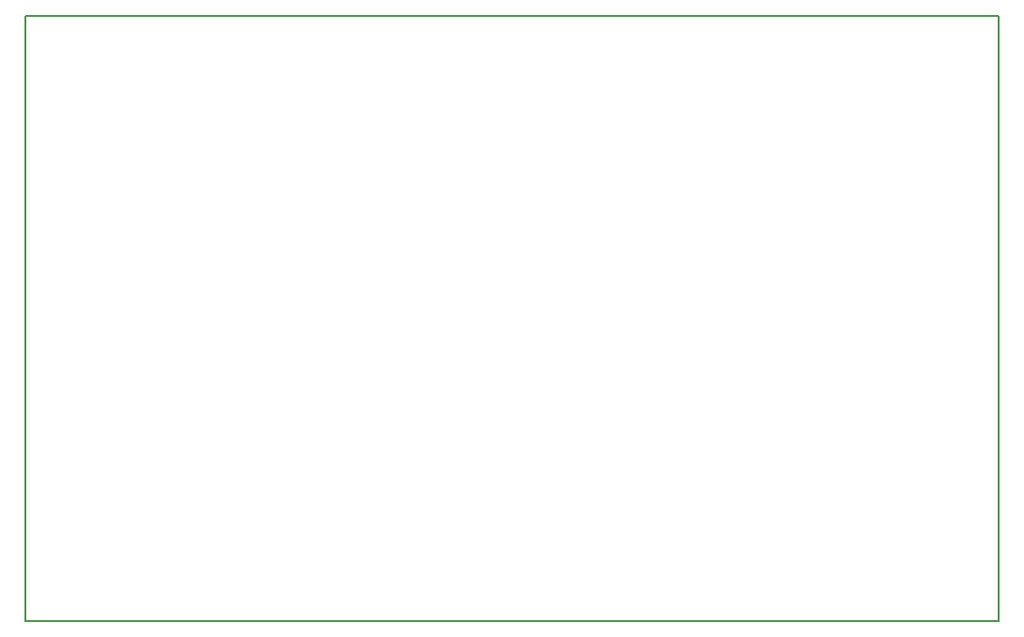
<source format=gm1>
G04 MADE WITH FRITZING*
G04 WWW.FRITZING.ORG*
G04 DOUBLE SIDED*
G04 HOLES PLATED*
G04 CONTOUR ON CENTER OF CONTOUR VECTOR*
%ASAXBY*%
%FSLAX23Y23*%
%MOIN*%
%OFA0B0*%
%SFA1.0B1.0*%
%ADD10R,3.459750X2.157070*%
%ADD11C,0.008000*%
%ADD10C,0.008*%
%LNCONTOUR*%
G90*
G70*
G54D10*
G54D11*
X4Y2153D02*
X3456Y2153D01*
X3456Y4D01*
X4Y4D01*
X4Y2153D01*
D02*
G04 End of contour*
M02*
</source>
